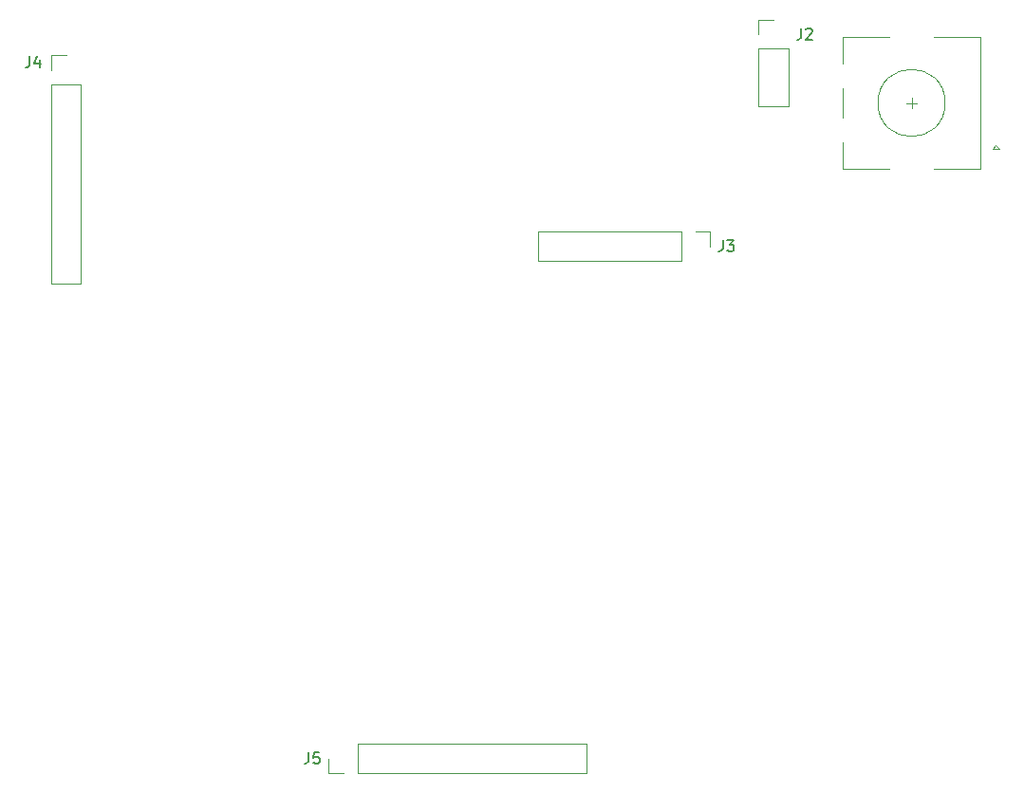
<source format=gto>
%TF.GenerationSoftware,KiCad,Pcbnew,(6.0.5)*%
%TF.CreationDate,2022-07-14T01:36:57-06:00*%
%TF.ProjectId,kb_right,6b625f72-6967-4687-942e-6b696361645f,rev?*%
%TF.SameCoordinates,Original*%
%TF.FileFunction,Legend,Top*%
%TF.FilePolarity,Positive*%
%FSLAX46Y46*%
G04 Gerber Fmt 4.6, Leading zero omitted, Abs format (unit mm)*
G04 Created by KiCad (PCBNEW (6.0.5)) date 2022-07-14 01:36:57*
%MOMM*%
%LPD*%
G01*
G04 APERTURE LIST*
%ADD10C,0.150000*%
%ADD11C,0.120000*%
%ADD12C,3.987800*%
%ADD13C,3.000000*%
%ADD14C,1.750000*%
%ADD15C,3.048000*%
%ADD16R,1.700000X1.700000*%
%ADD17O,1.700000X1.700000*%
%ADD18O,3.200000X2.000000*%
%ADD19R,2.000000X2.000000*%
%ADD20C,2.000000*%
%ADD21C,1.950000*%
G04 APERTURE END LIST*
D10*
%TO.C,J3*%
X222551666Y-71207380D02*
X222551666Y-71921666D01*
X222504047Y-72064523D01*
X222408809Y-72159761D01*
X222265952Y-72207380D01*
X222170714Y-72207380D01*
X222932619Y-71207380D02*
X223551666Y-71207380D01*
X223218333Y-71588333D01*
X223361190Y-71588333D01*
X223456428Y-71635952D01*
X223504047Y-71683571D01*
X223551666Y-71778809D01*
X223551666Y-72016904D01*
X223504047Y-72112142D01*
X223456428Y-72159761D01*
X223361190Y-72207380D01*
X223075476Y-72207380D01*
X222980238Y-72159761D01*
X222932619Y-72112142D01*
%TO.C,J2*%
X229536666Y-52284380D02*
X229536666Y-52998666D01*
X229489047Y-53141523D01*
X229393809Y-53236761D01*
X229250952Y-53284380D01*
X229155714Y-53284380D01*
X229965238Y-52379619D02*
X230012857Y-52332000D01*
X230108095Y-52284380D01*
X230346190Y-52284380D01*
X230441428Y-52332000D01*
X230489047Y-52379619D01*
X230536666Y-52474857D01*
X230536666Y-52570095D01*
X230489047Y-52712952D01*
X229917619Y-53284380D01*
X230536666Y-53284380D01*
%TO.C,J4*%
X160702666Y-54794380D02*
X160702666Y-55508666D01*
X160655047Y-55651523D01*
X160559809Y-55746761D01*
X160416952Y-55794380D01*
X160321714Y-55794380D01*
X161607428Y-55127714D02*
X161607428Y-55794380D01*
X161369333Y-54746761D02*
X161131238Y-55461047D01*
X161750285Y-55461047D01*
%TO.C,J5*%
X185594666Y-116927380D02*
X185594666Y-117641666D01*
X185547047Y-117784523D01*
X185451809Y-117879761D01*
X185308952Y-117927380D01*
X185213714Y-117927380D01*
X186547047Y-116927380D02*
X186070857Y-116927380D01*
X186023238Y-117403571D01*
X186070857Y-117355952D01*
X186166095Y-117308333D01*
X186404190Y-117308333D01*
X186499428Y-117355952D01*
X186547047Y-117403571D01*
X186594666Y-117498809D01*
X186594666Y-117736904D01*
X186547047Y-117832142D01*
X186499428Y-117879761D01*
X186404190Y-117927380D01*
X186166095Y-117927380D01*
X186070857Y-117879761D01*
X186023238Y-117832142D01*
D11*
%TO.C,J3*%
X218821000Y-73085000D02*
X206061000Y-73085000D01*
X220091000Y-70425000D02*
X221421000Y-70425000D01*
X206061000Y-70425000D02*
X206061000Y-73085000D01*
X221421000Y-70425000D02*
X221421000Y-71755000D01*
X218821000Y-70425000D02*
X218821000Y-73085000D01*
X218821000Y-70425000D02*
X206061000Y-70425000D01*
%TO.C,J2*%
X225746000Y-51517000D02*
X227076000Y-51517000D01*
X225746000Y-59257000D02*
X228406000Y-59257000D01*
X225746000Y-52847000D02*
X225746000Y-51517000D01*
X228406000Y-54117000D02*
X228406000Y-59257000D01*
X225746000Y-54117000D02*
X228406000Y-54117000D01*
X225746000Y-54117000D02*
X225746000Y-59257000D01*
%TO.C,J4*%
X162627000Y-57277000D02*
X165287000Y-57277000D01*
X162627000Y-54677000D02*
X163957000Y-54677000D01*
X165287000Y-57277000D02*
X165287000Y-75117000D01*
X162627000Y-56007000D02*
X162627000Y-54677000D01*
X162627000Y-75117000D02*
X165287000Y-75117000D01*
X162627000Y-57277000D02*
X162627000Y-75117000D01*
%TO.C,SW0*%
X239395000Y-59459750D02*
X239395000Y-58459750D01*
X246895000Y-62759750D02*
X247195000Y-63059750D01*
X233295000Y-64859750D02*
X233295000Y-62459750D01*
X247195000Y-63059750D02*
X246595000Y-63059750D01*
X246595000Y-63059750D02*
X246895000Y-62759750D01*
X237395000Y-64859750D02*
X233295000Y-64859750D01*
X233295000Y-53059750D02*
X237395000Y-53059750D01*
X233295000Y-60259750D02*
X233295000Y-57659750D01*
X241395000Y-53059750D02*
X245495000Y-53059750D01*
X245495000Y-64859750D02*
X245495000Y-53059750D01*
X233295000Y-55459750D02*
X233295000Y-53059750D01*
X241395000Y-64859750D02*
X245495000Y-64859750D01*
X239895000Y-58959750D02*
X238895000Y-58959750D01*
X242395000Y-58959750D02*
G75*
G03*
X242395000Y-58959750I-3000000J0D01*
G01*
%TO.C,J5*%
X189992000Y-118805000D02*
X210372000Y-118805000D01*
X189992000Y-116145000D02*
X210372000Y-116145000D01*
X189992000Y-118805000D02*
X189992000Y-116145000D01*
X210372000Y-118805000D02*
X210372000Y-116145000D01*
X188722000Y-118805000D02*
X187392000Y-118805000D01*
X187392000Y-118805000D02*
X187392000Y-117475000D01*
%TD*%
%LPC*%
D12*
%TO.C,MX15*%
X163195000Y-82772250D03*
D13*
X165735000Y-77692250D03*
D14*
X158115000Y-82772250D03*
X168275000Y-82772250D03*
D13*
X159385000Y-80232250D03*
%TD*%
%TO.C,MX33*%
X211772500Y-123094750D03*
X218122500Y-120554750D03*
D14*
X210502500Y-125634750D03*
X220662500Y-125634750D03*
D12*
X215582500Y-125634750D03*
%TD*%
D14*
%TO.C,MX10*%
X62865000Y-82772250D03*
X73025000Y-82772250D03*
D13*
X70485000Y-77692250D03*
D12*
X67945000Y-82772250D03*
D13*
X64135000Y-80232250D03*
%TD*%
D12*
%TO.C,MX4*%
X115570000Y-63722250D03*
D14*
X110490000Y-63722250D03*
D13*
X118110000Y-58642250D03*
X111760000Y-61182250D03*
D14*
X120650000Y-63722250D03*
%TD*%
D13*
%TO.C,MX6*%
X149860000Y-61182250D03*
X156210000Y-58642250D03*
D14*
X158750000Y-63722250D03*
X148590000Y-63722250D03*
D12*
X153670000Y-63722250D03*
%TD*%
D13*
%TO.C,MX32*%
X171291250Y-118332250D03*
X177641250Y-115792250D03*
D14*
X180181250Y-120872250D03*
D15*
X187039250Y-113887250D03*
D12*
X175101250Y-120872250D03*
D14*
X170021250Y-120872250D03*
D15*
X163163250Y-113887250D03*
D12*
X187039250Y-129127250D03*
X163163250Y-129127250D03*
%TD*%
D14*
%TO.C,MX31*%
X134302500Y-120872250D03*
X144462500Y-120872250D03*
D13*
X141922500Y-115792250D03*
D12*
X139382500Y-120872250D03*
D13*
X135572500Y-118332250D03*
%TD*%
D16*
%TO.C,J3*%
X220091000Y-71755000D03*
D17*
X217551000Y-71755000D03*
X215011000Y-71755000D03*
X212471000Y-71755000D03*
X209931000Y-71755000D03*
X207391000Y-71755000D03*
%TD*%
D12*
%TO.C,MX37*%
X117951250Y-139922250D03*
D13*
X120491250Y-134842250D03*
D14*
X123031250Y-139922250D03*
X112871250Y-139922250D03*
D13*
X114141250Y-137382250D03*
%TD*%
D12*
%TO.C,MX42*%
X234632500Y-144684750D03*
D13*
X237172500Y-139604750D03*
D14*
X239712500Y-144684750D03*
D13*
X230822500Y-142144750D03*
D14*
X229552500Y-144684750D03*
%TD*%
D12*
%TO.C,MX16*%
X187007500Y-82772250D03*
D13*
X189547500Y-77692250D03*
D14*
X181927500Y-82772250D03*
D13*
X183197500Y-80232250D03*
D14*
X192087500Y-82772250D03*
%TD*%
%TO.C,MX8*%
X220662500Y-58959750D03*
D13*
X218122500Y-53879750D03*
X211772500Y-56419750D03*
D12*
X215582500Y-58959750D03*
D14*
X210502500Y-58959750D03*
%TD*%
D16*
%TO.C,J2*%
X227076000Y-52847000D03*
D17*
X227076000Y-55387000D03*
X227076000Y-57927000D03*
%TD*%
D13*
%TO.C,MX13*%
X127635000Y-77692250D03*
D12*
X125095000Y-82772250D03*
D14*
X130175000Y-82772250D03*
D13*
X121285000Y-80232250D03*
D14*
X120015000Y-82772250D03*
%TD*%
D12*
%TO.C,MX23*%
X148907500Y-101822250D03*
D13*
X145097500Y-99282250D03*
D14*
X153987500Y-101822250D03*
X143827500Y-101822250D03*
D13*
X151447500Y-96742250D03*
%TD*%
D14*
%TO.C,MX39*%
X170656250Y-139922250D03*
D12*
X165576250Y-139922250D03*
D13*
X161766250Y-137382250D03*
D14*
X160496250Y-139922250D03*
D13*
X168116250Y-134842250D03*
%TD*%
D14*
%TO.C,MX1*%
X53340000Y-63722250D03*
D12*
X58420000Y-63722250D03*
D13*
X54610000Y-61182250D03*
X60960000Y-58642250D03*
D14*
X63500000Y-63722250D03*
%TD*%
D16*
%TO.C,J4*%
X163957000Y-56007000D03*
D17*
X163957000Y-58547000D03*
X163957000Y-61087000D03*
X163957000Y-63627000D03*
X163957000Y-66167000D03*
X163957000Y-68707000D03*
X163957000Y-71247000D03*
X163957000Y-73787000D03*
%TD*%
D14*
%TO.C,MX27*%
X68262500Y-120872250D03*
D13*
X59372500Y-118332250D03*
D14*
X58102500Y-120872250D03*
D13*
X65722500Y-115792250D03*
D12*
X63182500Y-120872250D03*
%TD*%
D14*
%TO.C,MX41*%
X210502500Y-144684750D03*
D12*
X215582500Y-144684750D03*
D14*
X220662500Y-144684750D03*
D13*
X218122500Y-139604750D03*
X211772500Y-142144750D03*
%TD*%
D12*
%TO.C,MX17*%
X215582500Y-82772250D03*
D14*
X220662500Y-82772250D03*
D13*
X218122500Y-77692250D03*
X211772500Y-80232250D03*
D14*
X210502500Y-82772250D03*
%TD*%
%TO.C,MX3*%
X91440000Y-63722250D03*
X101600000Y-63722250D03*
D13*
X99060000Y-58642250D03*
D12*
X96520000Y-63722250D03*
D13*
X92710000Y-61182250D03*
%TD*%
D14*
%TO.C,MX30*%
X115252500Y-120872250D03*
X125412500Y-120872250D03*
D13*
X122872500Y-115792250D03*
X116522500Y-118332250D03*
D12*
X120332500Y-120872250D03*
%TD*%
D14*
%TO.C,MX22*%
X134937500Y-101822250D03*
D13*
X126047500Y-99282250D03*
D12*
X129857500Y-101822250D03*
D14*
X124777500Y-101822250D03*
D13*
X132397500Y-96742250D03*
%TD*%
%TO.C,MX25*%
X218122500Y-96742250D03*
D14*
X220662500Y-101822250D03*
X210502500Y-101822250D03*
D13*
X211772500Y-99282250D03*
D12*
X215582500Y-101822250D03*
%TD*%
D15*
%TO.C,MX24*%
X191801750Y-94837250D03*
D13*
X176053750Y-99282250D03*
D12*
X191801750Y-110077250D03*
D14*
X174783750Y-101822250D03*
D12*
X179863750Y-101822250D03*
D15*
X167925750Y-94837250D03*
D13*
X182403750Y-96742250D03*
D14*
X184943750Y-101822250D03*
D12*
X167925750Y-110077250D03*
%TD*%
D14*
%TO.C,MX14*%
X139065000Y-82772250D03*
D12*
X144145000Y-82772250D03*
D13*
X140335000Y-80232250D03*
X146685000Y-77692250D03*
D14*
X149225000Y-82772250D03*
%TD*%
D15*
%TO.C,MX7*%
X170307000Y-56737250D03*
D12*
X194183000Y-71977250D03*
D13*
X178435000Y-61182250D03*
D15*
X194183000Y-56737250D03*
D14*
X177165000Y-63722250D03*
D12*
X182245000Y-63722250D03*
D13*
X184785000Y-58642250D03*
D12*
X170307000Y-71977250D03*
D14*
X187325000Y-63722250D03*
%TD*%
D13*
%TO.C,MX20*%
X87947500Y-99282250D03*
D14*
X96837500Y-101822250D03*
X86677500Y-101822250D03*
D12*
X91757500Y-101822250D03*
D13*
X94297500Y-96742250D03*
%TD*%
D12*
%TO.C,MX21*%
X110807500Y-101822250D03*
D14*
X105727500Y-101822250D03*
D13*
X113347500Y-96742250D03*
D14*
X115887500Y-101822250D03*
D13*
X106997500Y-99282250D03*
%TD*%
%TO.C,MX2*%
X73660000Y-61182250D03*
D14*
X72390000Y-63722250D03*
X82550000Y-63722250D03*
D12*
X77470000Y-63722250D03*
D13*
X80010000Y-58642250D03*
%TD*%
D12*
%TO.C,MX19*%
X72707500Y-101822250D03*
D13*
X75247500Y-96742250D03*
D14*
X67627500Y-101822250D03*
D13*
X68897500Y-99282250D03*
D14*
X77787500Y-101822250D03*
%TD*%
D12*
%TO.C,MX36*%
X94138750Y-139922250D03*
D13*
X90328750Y-137382250D03*
D14*
X99218750Y-139922250D03*
D13*
X96678750Y-134842250D03*
D14*
X89058750Y-139922250D03*
%TD*%
D13*
%TO.C,MX35*%
X70485000Y-134842250D03*
D12*
X67945000Y-139922250D03*
D14*
X73025000Y-139922250D03*
D13*
X64135000Y-137382250D03*
D14*
X62865000Y-139922250D03*
%TD*%
D13*
%TO.C,MX38*%
X137953750Y-137382250D03*
D12*
X141763750Y-139922250D03*
D14*
X136683750Y-139922250D03*
D13*
X144303750Y-134842250D03*
D14*
X146843750Y-139922250D03*
%TD*%
%TO.C,MX28*%
X87312500Y-120872250D03*
D12*
X82232500Y-120872250D03*
D14*
X77152500Y-120872250D03*
D13*
X84772500Y-115792250D03*
X78422500Y-118332250D03*
%TD*%
D14*
%TO.C,MX12*%
X100965000Y-82772250D03*
D13*
X108585000Y-77692250D03*
D12*
X106045000Y-82772250D03*
D13*
X102235000Y-80232250D03*
D14*
X111125000Y-82772250D03*
%TD*%
D18*
%TO.C,SW0*%
X239395000Y-64559750D03*
X239395000Y-53359750D03*
D19*
X246895000Y-61459750D03*
D20*
X246895000Y-56459750D03*
X246895000Y-58959750D03*
X232395000Y-56459750D03*
X232395000Y-61459750D03*
%TD*%
D13*
%TO.C,MX18*%
X49847500Y-99282250D03*
X56197500Y-96742250D03*
D14*
X48577500Y-101822250D03*
D12*
X53657500Y-101822250D03*
D14*
X58737500Y-101822250D03*
%TD*%
%TO.C,MX9*%
X43815000Y-82772250D03*
D13*
X45085000Y-80232250D03*
D12*
X48895000Y-82772250D03*
D14*
X53975000Y-82772250D03*
D13*
X51435000Y-77692250D03*
%TD*%
D14*
%TO.C,MX26*%
X239712500Y-82772250D03*
D13*
X237172500Y-77692250D03*
X230822500Y-80232250D03*
D14*
X229552500Y-82772250D03*
D12*
X234632500Y-82772250D03*
%TD*%
D13*
%TO.C,MX29*%
X97472500Y-118332250D03*
X103822500Y-115792250D03*
D14*
X106362500Y-120872250D03*
X96202500Y-120872250D03*
D12*
X101282500Y-120872250D03*
%TD*%
D13*
%TO.C,MX34*%
X230822500Y-99282250D03*
D14*
X239712500Y-101822250D03*
X229552500Y-101822250D03*
D12*
X234632500Y-101822250D03*
D13*
X237172500Y-96742250D03*
%TD*%
D16*
%TO.C,J5*%
X188722000Y-117475000D03*
D17*
X191262000Y-117475000D03*
X193802000Y-117475000D03*
X196342000Y-117475000D03*
X198882000Y-117475000D03*
X201422000Y-117475000D03*
X203962000Y-117475000D03*
X206502000Y-117475000D03*
X209042000Y-117475000D03*
%TD*%
D12*
%TO.C,MX5*%
X134620000Y-63722250D03*
D13*
X137160000Y-58642250D03*
D14*
X139700000Y-63722250D03*
X129540000Y-63722250D03*
D13*
X130810000Y-61182250D03*
%TD*%
D14*
%TO.C,MX40*%
X201612500Y-144684750D03*
D13*
X199072500Y-139604750D03*
D12*
X196532500Y-144684750D03*
D14*
X191452500Y-144684750D03*
D13*
X192722500Y-142144750D03*
%TD*%
D12*
%TO.C,MX11*%
X86995000Y-82772250D03*
D13*
X83185000Y-80232250D03*
X89535000Y-77692250D03*
D14*
X92075000Y-82772250D03*
X81915000Y-82772250D03*
%TD*%
D21*
%TO.C,J1*%
X192923000Y-38216000D03*
X192923000Y-52716000D03*
X188023000Y-53316000D03*
X188023000Y-37616000D03*
%TD*%
M02*

</source>
